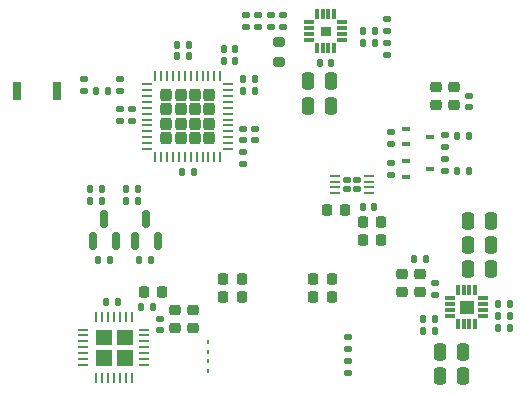
<source format=gtp>
G04 #@! TF.GenerationSoftware,KiCad,Pcbnew,(6.0.0)*
G04 #@! TF.CreationDate,2022-04-16T23:03:44-07:00*
G04 #@! TF.ProjectId,YellCube,59656c6c-4375-4626-952e-6b696361645f,rev?*
G04 #@! TF.SameCoordinates,Original*
G04 #@! TF.FileFunction,Paste,Top*
G04 #@! TF.FilePolarity,Positive*
%FSLAX46Y46*%
G04 Gerber Fmt 4.6, Leading zero omitted, Abs format (unit mm)*
G04 Created by KiCad (PCBNEW (6.0.0)) date 2022-04-16 23:03:44*
%MOMM*%
%LPD*%
G01*
G04 APERTURE LIST*
G04 Aperture macros list*
%AMRoundRect*
0 Rectangle with rounded corners*
0 $1 Rounding radius*
0 $2 $3 $4 $5 $6 $7 $8 $9 X,Y pos of 4 corners*
0 Add a 4 corners polygon primitive as box body*
4,1,4,$2,$3,$4,$5,$6,$7,$8,$9,$2,$3,0*
0 Add four circle primitives for the rounded corners*
1,1,$1+$1,$2,$3*
1,1,$1+$1,$4,$5*
1,1,$1+$1,$6,$7*
1,1,$1+$1,$8,$9*
0 Add four rect primitives between the rounded corners*
20,1,$1+$1,$2,$3,$4,$5,0*
20,1,$1+$1,$4,$5,$6,$7,0*
20,1,$1+$1,$6,$7,$8,$9,0*
20,1,$1+$1,$8,$9,$2,$3,0*%
G04 Aperture macros list end*
%ADD10C,0.010000*%
%ADD11RoundRect,0.135000X-0.185000X0.135000X-0.185000X-0.135000X0.185000X-0.135000X0.185000X0.135000X0*%
%ADD12RoundRect,0.135000X-0.135000X-0.185000X0.135000X-0.185000X0.135000X0.185000X-0.135000X0.185000X0*%
%ADD13RoundRect,0.225000X0.225000X0.250000X-0.225000X0.250000X-0.225000X-0.250000X0.225000X-0.250000X0*%
%ADD14R,0.250000X0.360000*%
%ADD15RoundRect,0.140000X0.140000X0.170000X-0.140000X0.170000X-0.140000X-0.170000X0.140000X-0.170000X0*%
%ADD16RoundRect,0.140000X-0.170000X0.140000X-0.170000X-0.140000X0.170000X-0.140000X0.170000X0.140000X0*%
%ADD17RoundRect,0.140000X0.170000X-0.140000X0.170000X0.140000X-0.170000X0.140000X-0.170000X-0.140000X0*%
%ADD18RoundRect,0.225000X0.250000X-0.225000X0.250000X0.225000X-0.250000X0.225000X-0.250000X-0.225000X0*%
%ADD19R,0.700000X0.450000*%
%ADD20RoundRect,0.135000X0.185000X-0.135000X0.185000X0.135000X-0.185000X0.135000X-0.185000X-0.135000X0*%
%ADD21RoundRect,0.135000X0.135000X0.185000X-0.135000X0.185000X-0.135000X-0.185000X0.135000X-0.185000X0*%
%ADD22RoundRect,0.008100X-0.411900X-0.126900X0.411900X-0.126900X0.411900X0.126900X-0.411900X0.126900X0*%
%ADD23RoundRect,0.008100X-0.126900X-0.411900X0.126900X-0.411900X0.126900X0.411900X-0.126900X0.411900X0*%
%ADD24RoundRect,0.250000X0.250000X0.475000X-0.250000X0.475000X-0.250000X-0.475000X0.250000X-0.475000X0*%
%ADD25R,0.800000X1.600000*%
%ADD26R,0.900000X0.254000*%
%ADD27R,0.254000X0.900000*%
%ADD28RoundRect,0.250000X-0.250000X-0.475000X0.250000X-0.475000X0.250000X0.475000X-0.250000X0.475000X0*%
%ADD29RoundRect,0.200000X0.275000X-0.200000X0.275000X0.200000X-0.275000X0.200000X-0.275000X-0.200000X0*%
%ADD30RoundRect,0.147500X-0.147500X-0.172500X0.147500X-0.172500X0.147500X0.172500X-0.147500X0.172500X0*%
%ADD31RoundRect,0.007800X0.122200X-0.422200X0.122200X0.422200X-0.122200X0.422200X-0.122200X-0.422200X0*%
%ADD32RoundRect,0.007800X0.422200X-0.122200X0.422200X0.122200X-0.422200X0.122200X-0.422200X-0.122200X0*%
%ADD33RoundRect,0.225000X-0.225000X-0.250000X0.225000X-0.250000X0.225000X0.250000X-0.225000X0.250000X0*%
%ADD34RoundRect,0.140000X0.205000X0.140000X-0.205000X0.140000X-0.205000X-0.140000X0.205000X-0.140000X0*%
%ADD35RoundRect,0.062500X0.337500X0.062500X-0.337500X0.062500X-0.337500X-0.062500X0.337500X-0.062500X0*%
%ADD36RoundRect,0.140000X-0.140000X-0.170000X0.140000X-0.170000X0.140000X0.170000X-0.140000X0.170000X0*%
%ADD37RoundRect,0.250000X-0.263170X-0.263170X0.263170X-0.263170X0.263170X0.263170X-0.263170X0.263170X0*%
%ADD38RoundRect,0.062500X-0.337500X-0.062500X0.337500X-0.062500X0.337500X0.062500X-0.337500X0.062500X0*%
%ADD39RoundRect,0.062500X-0.062500X-0.337500X0.062500X-0.337500X0.062500X0.337500X-0.062500X0.337500X0*%
%ADD40RoundRect,0.150000X0.150000X-0.587500X0.150000X0.587500X-0.150000X0.587500X-0.150000X-0.587500X0*%
G04 APERTURE END LIST*
D10*
X141128000Y-88677000D02*
X141828000Y-88677000D01*
X141828000Y-88677000D02*
X141828000Y-89377000D01*
X141828000Y-89377000D02*
X141128000Y-89377000D01*
X141128000Y-89377000D02*
X141128000Y-88677000D01*
G36*
X141828000Y-89377000D02*
G01*
X141128000Y-89377000D01*
X141128000Y-88677000D01*
X141828000Y-88677000D01*
X141828000Y-89377000D01*
G37*
X141828000Y-89377000D02*
X141128000Y-89377000D01*
X141128000Y-88677000D01*
X141828000Y-88677000D01*
X141828000Y-89377000D01*
X123312544Y-115550000D02*
X122063000Y-115550000D01*
X122063000Y-115550000D02*
X122063000Y-114297270D01*
X122063000Y-114297270D02*
X123312544Y-114297270D01*
X123312544Y-114297270D02*
X123312544Y-115550000D01*
G36*
X123312544Y-115550000D02*
G01*
X122063000Y-115550000D01*
X122063000Y-114297270D01*
X123312544Y-114297270D01*
X123312544Y-115550000D01*
G37*
X123312544Y-115550000D02*
X122063000Y-115550000D01*
X122063000Y-114297270D01*
X123312544Y-114297270D01*
X123312544Y-115550000D01*
X125065520Y-115550000D02*
X123813000Y-115550000D01*
X123813000Y-115550000D02*
X123813000Y-114297480D01*
X123813000Y-114297480D02*
X125065520Y-114297480D01*
X125065520Y-114297480D02*
X125065520Y-115550000D01*
G36*
X125065520Y-115550000D02*
G01*
X123813000Y-115550000D01*
X123813000Y-114297480D01*
X125065520Y-114297480D01*
X125065520Y-115550000D01*
G37*
X125065520Y-115550000D02*
X123813000Y-115550000D01*
X123813000Y-114297480D01*
X125065520Y-114297480D01*
X125065520Y-115550000D01*
X125065480Y-117300000D02*
X123813000Y-117300000D01*
X123813000Y-117300000D02*
X123813000Y-116050413D01*
X123813000Y-116050413D02*
X125065480Y-116050413D01*
X125065480Y-116050413D02*
X125065480Y-117300000D01*
G36*
X125065480Y-117300000D02*
G01*
X123813000Y-117300000D01*
X123813000Y-116050413D01*
X125065480Y-116050413D01*
X125065480Y-117300000D01*
G37*
X125065480Y-117300000D02*
X123813000Y-117300000D01*
X123813000Y-116050413D01*
X125065480Y-116050413D01*
X125065480Y-117300000D01*
X123312938Y-117300000D02*
X122063000Y-117300000D01*
X122063000Y-117300000D02*
X122063000Y-116050062D01*
X122063000Y-116050062D02*
X123312938Y-116050062D01*
X123312938Y-116050062D02*
X123312938Y-117300000D01*
G36*
X123312938Y-117300000D02*
G01*
X122063000Y-117300000D01*
X122063000Y-116050062D01*
X123312938Y-116050062D01*
X123312938Y-117300000D01*
G37*
X123312938Y-117300000D02*
X122063000Y-117300000D01*
X122063000Y-116050062D01*
X123312938Y-116050062D01*
X123312938Y-117300000D01*
X152886000Y-112925000D02*
X152886000Y-111865000D01*
X152886000Y-111865000D02*
X153946000Y-111865000D01*
X153946000Y-111865000D02*
X153946000Y-112925000D01*
X153946000Y-112925000D02*
X152886000Y-112925000D01*
G36*
X153946000Y-112925000D02*
G01*
X152886000Y-112925000D01*
X152886000Y-111865000D01*
X153946000Y-111865000D01*
X153946000Y-112925000D01*
G37*
X153946000Y-112925000D02*
X152886000Y-112925000D01*
X152886000Y-111865000D01*
X153946000Y-111865000D01*
X153946000Y-112925000D01*
D11*
X147066000Y-97534000D03*
X147066000Y-98554000D03*
D12*
X152590000Y-97900000D03*
X153610000Y-97900000D03*
D13*
X146190000Y-106680000D03*
X144640000Y-106680000D03*
D14*
X131499999Y-115380000D03*
X131499999Y-116220000D03*
D15*
X125575000Y-103378000D03*
X124615000Y-103378000D03*
D16*
X124100000Y-95659000D03*
X124100000Y-96619000D03*
D11*
X151600000Y-99890000D03*
X151600000Y-100910000D03*
D17*
X146685000Y-88999000D03*
X146685000Y-88039000D03*
D18*
X147955000Y-111138000D03*
X147955000Y-109588000D03*
D11*
X134500000Y-99290000D03*
X134500000Y-100310000D03*
D17*
X127500000Y-114375000D03*
X127500000Y-113415000D03*
D19*
X148300000Y-100050000D03*
X148300000Y-101350000D03*
X150300000Y-100700000D03*
D12*
X122066000Y-94108000D03*
X123086000Y-94108000D03*
D17*
X135530000Y-98271000D03*
X135530000Y-97311000D03*
D20*
X134747000Y-88648000D03*
X134747000Y-87628000D03*
D21*
X149989000Y-108331000D03*
X148969000Y-108331000D03*
D19*
X148327000Y-97313000D03*
X148327000Y-98613000D03*
X150327000Y-97963000D03*
D15*
X145615000Y-103886000D03*
X144655000Y-103886000D03*
D22*
X140043000Y-88277000D03*
X140043000Y-88777000D03*
X140043000Y-89277000D03*
X140043000Y-89777000D03*
D23*
X140728000Y-90462000D03*
X141228000Y-90462000D03*
X141728000Y-90462000D03*
X142228000Y-90462000D03*
D22*
X142913000Y-89777000D03*
X142913000Y-89277000D03*
X142913000Y-88777000D03*
X142913000Y-88277000D03*
D23*
X142228000Y-87592000D03*
X141728000Y-87592000D03*
X141228000Y-87592000D03*
X140728000Y-87592000D03*
D21*
X150751000Y-113411000D03*
X149731000Y-113411000D03*
D17*
X150749000Y-111351000D03*
X150749000Y-110391000D03*
D21*
X150751000Y-114427000D03*
X149731000Y-114427000D03*
D17*
X121052000Y-94080000D03*
X121052000Y-93120000D03*
D20*
X135763000Y-88648000D03*
X135763000Y-87628000D03*
D24*
X141920000Y-95377000D03*
X140020000Y-95377000D03*
D20*
X151600000Y-98810000D03*
X151600000Y-97790000D03*
D13*
X134379000Y-111506000D03*
X132829000Y-111506000D03*
D11*
X143400000Y-114890000D03*
X143400000Y-115910000D03*
D25*
X118780186Y-94068746D03*
X115380186Y-94068746D03*
D11*
X137903500Y-87628000D03*
X137903500Y-88648000D03*
D24*
X141920000Y-93218000D03*
X140020000Y-93218000D03*
D18*
X149479000Y-111138000D03*
X149479000Y-109588000D03*
D26*
X126153000Y-117300000D03*
X126153000Y-116800000D03*
X126153000Y-116300000D03*
X126153000Y-115800000D03*
X126153000Y-115300000D03*
X126153000Y-114800000D03*
X126153000Y-114300000D03*
D27*
X125063000Y-113210000D03*
X124563000Y-113210000D03*
X124063000Y-113210000D03*
X123563000Y-113210000D03*
X123063000Y-113210000D03*
X122563000Y-113210000D03*
X122063000Y-113210000D03*
D26*
X120973000Y-114300000D03*
X120973000Y-114800000D03*
X120973000Y-115300000D03*
X120973000Y-115800000D03*
X120973000Y-116300000D03*
X120973000Y-116800000D03*
X120973000Y-117300000D03*
D27*
X122063000Y-118390000D03*
X122563000Y-118390000D03*
X123063000Y-118390000D03*
X123563000Y-118390000D03*
X124063000Y-118390000D03*
X124563000Y-118390000D03*
X125063000Y-118390000D03*
D12*
X125669000Y-108402500D03*
X126689000Y-108402500D03*
D28*
X153550000Y-107168000D03*
X155450000Y-107168000D03*
D13*
X146190000Y-105156000D03*
X144640000Y-105156000D03*
D18*
X150806000Y-95275000D03*
X150806000Y-93725000D03*
X128770000Y-114162000D03*
X128770000Y-112612000D03*
D17*
X134514000Y-98271000D03*
X134514000Y-97311000D03*
D29*
X137522500Y-91630000D03*
X137522500Y-89980000D03*
D28*
X153550000Y-105136000D03*
X155450000Y-105136000D03*
D13*
X134379000Y-109982000D03*
X132829000Y-109982000D03*
D12*
X128890000Y-91170000D03*
X129910000Y-91170000D03*
D30*
X144676000Y-89027000D03*
X145646000Y-89027000D03*
D31*
X152666000Y-113830000D03*
X153166000Y-113830000D03*
X153666000Y-113830000D03*
X154166000Y-113830000D03*
D32*
X154851000Y-113145000D03*
X154851000Y-112645000D03*
X154851000Y-112145000D03*
X154851000Y-111645000D03*
D31*
X154166000Y-110960000D03*
X153666000Y-110960000D03*
X153166000Y-110960000D03*
X152666000Y-110960000D03*
D32*
X151981000Y-111645000D03*
X151981000Y-112145000D03*
X151981000Y-112645000D03*
X151981000Y-113145000D03*
D12*
X121537000Y-103378000D03*
X122557000Y-103378000D03*
D33*
X140449000Y-111506000D03*
X141999000Y-111506000D03*
D12*
X156081000Y-112141000D03*
X157101000Y-112141000D03*
X152590000Y-100900000D03*
X153610000Y-100900000D03*
D16*
X146685000Y-90071000D03*
X146685000Y-91031000D03*
D12*
X156081000Y-114173000D03*
X157101000Y-114173000D03*
D34*
X144163000Y-102367000D03*
X144163000Y-101667000D03*
X143313000Y-101667000D03*
X143313000Y-102367000D03*
D35*
X145188000Y-102767000D03*
X145188000Y-102267000D03*
X145188000Y-101767000D03*
X145188000Y-101267000D03*
X142288000Y-101267000D03*
X142288000Y-101767000D03*
X142288000Y-102267000D03*
X142288000Y-102767000D03*
D20*
X136887500Y-88648000D03*
X136887500Y-87628000D03*
D30*
X144676000Y-90043000D03*
X145646000Y-90043000D03*
D12*
X124585000Y-102362000D03*
X125605000Y-102362000D03*
D11*
X147066000Y-100201000D03*
X147066000Y-101221000D03*
D33*
X141592000Y-104140000D03*
X143142000Y-104140000D03*
D12*
X129290000Y-101000000D03*
X130310000Y-101000000D03*
X128890000Y-90170000D03*
X129910000Y-90170000D03*
D24*
X153096000Y-116205000D03*
X151196000Y-116205000D03*
D36*
X132891000Y-90552000D03*
X133851000Y-90552000D03*
D15*
X122527000Y-102362000D03*
X121567000Y-102362000D03*
X141958000Y-91694000D03*
X140998000Y-91694000D03*
D18*
X130294000Y-114162000D03*
X130294000Y-112612000D03*
D17*
X153600000Y-95488000D03*
X153600000Y-94528000D03*
D14*
X131500000Y-117768000D03*
X131500000Y-116928000D03*
D12*
X122240000Y-108402500D03*
X123260000Y-108402500D03*
D37*
X128015000Y-96867000D03*
X129215000Y-96867000D03*
X130415000Y-96867000D03*
X129215000Y-98067000D03*
X131615000Y-95667000D03*
X128015000Y-98067000D03*
X131615000Y-98067000D03*
X128015000Y-94467000D03*
X130415000Y-98067000D03*
X129215000Y-94467000D03*
X131615000Y-94467000D03*
X129215000Y-95667000D03*
X128015000Y-95667000D03*
X130415000Y-95667000D03*
X130415000Y-94467000D03*
X131615000Y-96867000D03*
D38*
X126365000Y-93517000D03*
X126365000Y-94017000D03*
X126365000Y-94517000D03*
X126365000Y-95017000D03*
X126365000Y-95517000D03*
X126365000Y-96017000D03*
X126365000Y-96517000D03*
X126365000Y-97017000D03*
X126365000Y-97517000D03*
X126365000Y-98017000D03*
X126365000Y-98517000D03*
X126365000Y-99017000D03*
D39*
X127065000Y-99717000D03*
X127565000Y-99717000D03*
X128065000Y-99717000D03*
X128565000Y-99717000D03*
X129065000Y-99717000D03*
X129565000Y-99717000D03*
X130065000Y-99717000D03*
X130565000Y-99717000D03*
X131065000Y-99717000D03*
X131565000Y-99717000D03*
X132065000Y-99717000D03*
X132565000Y-99717000D03*
D38*
X133265000Y-99017000D03*
X133265000Y-98517000D03*
X133265000Y-98017000D03*
X133265000Y-97517000D03*
X133265000Y-97017000D03*
X133265000Y-96517000D03*
X133265000Y-96017000D03*
X133265000Y-95517000D03*
X133265000Y-95017000D03*
X133265000Y-94517000D03*
X133265000Y-94017000D03*
X133265000Y-93517000D03*
D39*
X132565000Y-92817000D03*
X132065000Y-92817000D03*
X131565000Y-92817000D03*
X131065000Y-92817000D03*
X130565000Y-92817000D03*
X130065000Y-92817000D03*
X129565000Y-92817000D03*
X129065000Y-92817000D03*
X128565000Y-92817000D03*
X128065000Y-92817000D03*
X127565000Y-92817000D03*
X127065000Y-92817000D03*
D24*
X153096000Y-118237000D03*
X151196000Y-118237000D03*
D33*
X140449000Y-109982000D03*
X141999000Y-109982000D03*
D20*
X143400000Y-117942000D03*
X143400000Y-116922000D03*
D36*
X125877000Y-112371000D03*
X126837000Y-112371000D03*
D17*
X124100000Y-94080000D03*
X124100000Y-93120000D03*
D12*
X134491000Y-93100000D03*
X135511000Y-93100000D03*
D36*
X132891000Y-91568000D03*
X133851000Y-91568000D03*
D18*
X152330000Y-95275000D03*
X152330000Y-93725000D03*
D28*
X153550000Y-109200000D03*
X155450000Y-109200000D03*
D40*
X121800000Y-106800000D03*
X123700000Y-106800000D03*
X122750000Y-104925000D03*
D12*
X134491000Y-94107000D03*
X135511000Y-94107000D03*
D16*
X125116000Y-95659000D03*
X125116000Y-96619000D03*
D21*
X157110000Y-113157000D03*
X156090000Y-113157000D03*
D33*
X126090000Y-111101000D03*
X127640000Y-111101000D03*
D40*
X125356000Y-106800000D03*
X127256000Y-106800000D03*
X126306000Y-104925000D03*
D12*
X122926000Y-111990000D03*
X123946000Y-111990000D03*
M02*

</source>
